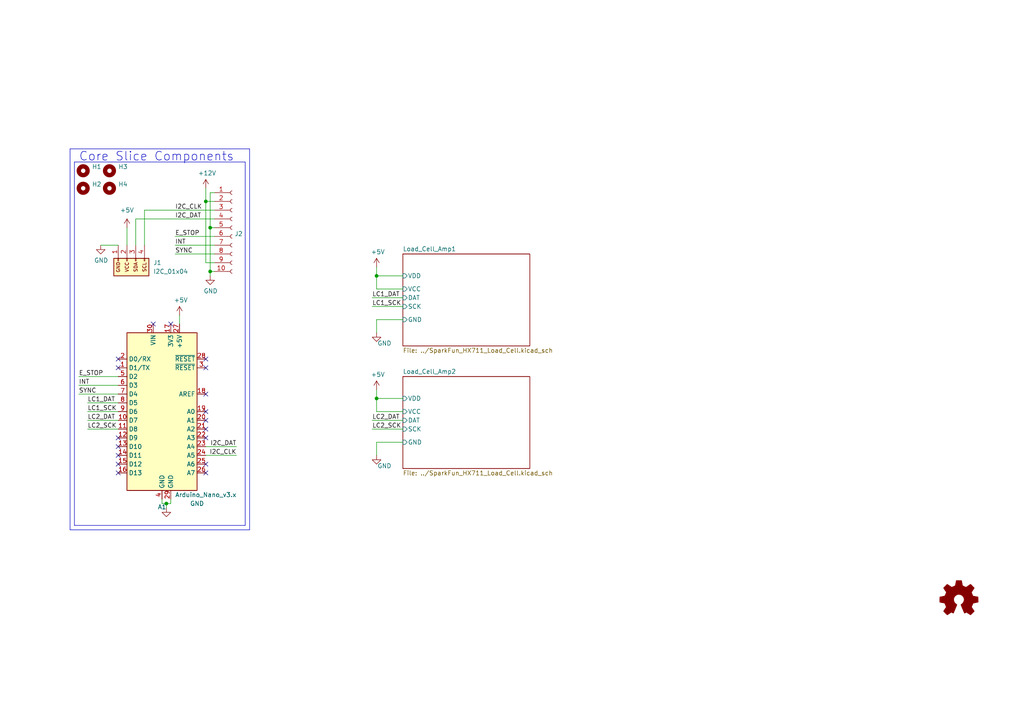
<source format=kicad_sch>
(kicad_sch (version 20231120) (generator "eeschema") (generator_version "8.0")
  (paper "A4")
  (lib_symbols
    (symbol "Connector:Conn_01x10_Female" (pin_names (offset 1.016) hide)
      (property "Reference" "J" (at 0 12.7 0))
      (property "Value" "Conn_01x10_Female" (at 0 -15.24 0))
      (symbol "Conn_01x10_Female_1_1"
        (arc (start 0 -12.192) (mid -0.5058 -12.7) (end 0 -13.208) (stroke (width 0.1524)))
        (arc (start 0 -9.652) (mid -0.5058 -10.16) (end 0 -10.668) (stroke (width 0.1524)))
        (arc (start 0 -7.112) (mid -0.5058 -7.62) (end 0 -8.128) (stroke (width 0.1524)))
        (arc (start 0 -4.572) (mid -0.5058 -5.08) (end 0 -5.588) (stroke (width 0.1524)))
        (arc (start 0 -2.032) (mid -0.5058 -2.54) (end 0 -3.048) (stroke (width 0.1524)))
        (polyline (pts (xy -1.27 -12.7) (xy -0.508 -12.7)) (stroke (width 0.1524)))
        (polyline (pts (xy -1.27 -10.16) (xy -0.508 -10.16)) (stroke (width 0.1524)))
        (polyline (pts (xy -1.27 -7.62) (xy -0.508 -7.62)) (stroke (width 0.1524)))
        (polyline (pts (xy -1.27 -5.08) (xy -0.508 -5.08)) (stroke (width 0.1524)))
        (polyline (pts (xy -1.27 -2.54) (xy -0.508 -2.54)) (stroke (width 0.1524)))
        (polyline (pts (xy -1.27 0) (xy -0.508 0)) (stroke (width 0.1524)))
        (polyline (pts (xy -1.27 2.54) (xy -0.508 2.54)) (stroke (width 0.1524)))
        (polyline (pts (xy -1.27 5.08) (xy -0.508 5.08)) (stroke (width 0.1524)))
        (polyline (pts (xy -1.27 7.62) (xy -0.508 7.62)) (stroke (width 0.1524)))
        (polyline (pts (xy -1.27 10.16) (xy -0.508 10.16)) (stroke (width 0.1524)))
        (arc (start 0 0.508) (mid -0.5058 0) (end 0 -0.508) (stroke (width 0.1524)))
        (arc (start 0 3.048) (mid -0.5058 2.54) (end 0 2.032) (stroke (width 0.1524)))
        (arc (start 0 5.588) (mid -0.5058 5.08) (end 0 4.572) (stroke (width 0.1524)))
        (arc (start 0 8.128) (mid -0.5058 7.62) (end 0 7.112) (stroke (width 0.1524)))
        (arc (start 0 10.668) (mid -0.5058 10.16) (end 0 9.652) (stroke (width 0.1524)))
        (pin passive line (at -5.08 10.16 0) (length 3.81) (name "Pin_1") (number "1"))
        (pin passive line (at -5.08 -12.7 0) (length 3.81) (name "Pin_10") (number "10"))
        (pin passive line (at -5.08 7.62 0) (length 3.81) (name "Pin_2") (number "2"))
        (pin passive line (at -5.08 5.08 0) (length 3.81) (name "Pin_3") (number "3"))
        (pin passive line (at -5.08 2.54 0) (length 3.81) (name "Pin_4") (number "4"))
        (pin passive line (at -5.08 0 0) (length 3.81) (name "Pin_5") (number "5"))
        (pin passive line (at -5.08 -2.54 0) (length 3.81) (name "Pin_6") (number "6"))
        (pin passive line (at -5.08 -5.08 0) (length 3.81) (name "Pin_7") (number "7"))
        (pin passive line (at -5.08 -7.62 0) (length 3.81) (name "Pin_8") (number "8"))
        (pin passive line (at -5.08 -10.16 0) (length 3.81) (name "Pin_9") (number "9"))
      )
    )
    (symbol "Graphic:Logo_Open_Hardware_Small" (pin_names (offset 1.016))
      (symbol "Logo_Open_Hardware_Small_0_1"
        (polyline (pts (xy 3.3528 -4.3434) (xy 3.302 -4.318) (xy 3.175 -4.2418) (xy 2.9972 -4.1148) (xy 2.7686 -3.9624) (xy 2.54 -3.81) (xy 2.3622 -3.7084) (xy 2.2352 -3.6068) (xy 2.1844 -3.5814) (xy 2.159 -3.6068) (xy 2.0574 -3.6576) (xy 1.905 -3.7338) (xy 1.8034 -3.7846) (xy 1.6764 -3.8354) (xy 1.6002 -3.8354) (xy 1.6002 -3.8354) (xy 1.5494 -3.7338) (xy 1.4732 -3.5306) (xy 1.3462 -3.302) (xy 1.2446 -3.0226) (xy 1.1176 -2.7178) (xy 0.9652 -2.413) (xy 0.8636 -2.1082) (xy 0.7366 -1.8288) (xy 0.6604 -1.6256) (xy 0.6096 -1.4732) (xy 0.5842 -1.397) (xy 0.5842 -1.397) (xy 0.6604 -1.3208) (xy 0.7874 -1.2446) (xy 1.0414 -1.016) (xy 1.2954 -0.6858) (xy 1.4478 -0.3302) (xy 1.524 0.0762) (xy 1.4732 0.4572) (xy 1.3208 0.8128) (xy 1.0668 1.143) (xy 0.762 1.3716) (xy 0.4064 1.524) (xy 0 1.5748) (xy -0.381 1.5494) (xy -0.7366 1.397) (xy -1.0668 1.143) (xy -1.2192 0.9906) (xy -1.397 0.6604) (xy -1.524 0.3048) (xy -1.524 0.2286) (xy -1.4986 -0.1778) (xy -1.397 -0.5334) (xy -1.1938 -0.8636) (xy -0.9144 -1.143) (xy -0.8636 -1.1684) (xy -0.7366 -1.27) (xy -0.635 -1.3462) (xy -0.5842 -1.397) (xy -1.0668 -2.5908) (xy -1.143 -2.794) (xy -1.2954 -3.1242) (xy -1.397 -3.4036) (xy -1.4986 -3.6322) (xy -1.5748 -3.7846) (xy -1.6002 -3.8354) (xy -1.6002 -3.8354) (xy -1.651 -3.8354) (xy -1.7272 -3.81) (xy -1.905 -3.7338) (xy -2.0066 -3.683) (xy -2.1336 -3.6068) (xy -2.2098 -3.5814) (xy -2.2606 -3.6068) (xy -2.3622 -3.683) (xy -2.54 -3.81) (xy -2.7686 -3.9624) (xy -2.9718 -4.0894) (xy -3.1496 -4.2164) (xy -3.302 -4.318) (xy -3.3528 -4.3434) (xy -3.3782 -4.3434) (xy -3.429 -4.318) (xy -3.5306 -4.2164) (xy -3.7084 -4.064) (xy -3.937 -3.8354) (xy -3.9624 -3.81) (xy -4.1656 -3.6068) (xy -4.318 -3.4544) (xy -4.4196 -3.3274) (xy -4.445 -3.2766) (xy -4.445 -3.2766) (xy -4.4196 -3.2258) (xy -4.318 -3.0734) (xy -4.2164 -2.8956) (xy -4.064 -2.667) (xy -3.6576 -2.0828) (xy -3.8862 -1.5494) (xy -3.937 -1.3716) (xy -4.0386 -1.1684) (xy -4.0894 -1.0414) (xy -4.1148 -0.9652) (xy -4.191 -0.9398) (xy -4.318 -0.9144) (xy -4.5466 -0.8636) (xy -4.8006 -0.8128) (xy -5.0546 -0.7874) (xy -5.2578 -0.7366) (xy -5.4356 -0.7112) (xy -5.5118 -0.6858) (xy -5.5118 -0.6858) (xy -5.5372 -0.635) (xy -5.5372 -0.5588) (xy -5.5372 -0.4318) (xy -5.5626 -0.2286) (xy -5.5626 0.0762) (xy -5.5626 0.127) (xy -5.5372 0.4064) (xy -5.5372 0.635) (xy -5.5372 0.762) (xy -5.5372 0.8382) (xy -5.5372 0.8382) (xy -5.461 0.8382) (xy -5.3086 0.889) (xy -5.08 0.9144) (xy -4.826 0.9652) (xy -4.8006 0.9906) (xy -4.5466 1.0414) (xy -4.318 1.0668) (xy -4.1656 1.1176) (xy -4.0894 1.143) (xy -4.0894 1.143) (xy -4.0386 1.2446) (xy -3.9624 1.4224) (xy -3.8608 1.6256) (xy -3.7846 1.8288) (xy -3.7084 2.0066) (xy -3.6576 2.159) (xy -3.6322 2.2098) (xy -3.6322 2.2098) (xy -3.683 2.286) (xy -3.7592 2.413) (xy -3.8862 2.5908) (xy -4.064 2.8194) (xy -4.064 2.8448) (xy -4.2164 3.0734) (xy -4.3434 3.2512) (xy -4.4196 3.3782) (xy -4.445 3.4544) (xy -4.445 3.4544) (xy -4.3942 3.5052) (xy -4.2926 3.6322) (xy -4.1148 3.81) (xy -3.937 4.0132) (xy -3.8608 4.064) (xy -3.6576 4.2926) (xy -3.5052 4.4196) (xy -3.4036 4.4958) (xy -3.3528 4.5212) (xy -3.3528 4.5212) (xy -3.302 4.4704) (xy -3.1496 4.3688) (xy -2.9718 4.2418) (xy -2.7432 4.0894) (xy -2.7178 4.0894) (xy -2.4892 3.937) (xy -2.3114 3.81) (xy -2.1844 3.7084) (xy -2.1336 3.683) (xy -2.1082 3.683) (xy -2.032 3.7084) (xy -1.8542 3.7592) (xy -1.6764 3.8354) (xy -1.4732 3.937) (xy -1.27 4.0132) (xy -1.143 4.064) (xy -1.0668 4.1148) (xy -1.0668 4.1148) (xy -1.0414 4.191) (xy -1.016 4.3434) (xy -0.9652 4.572) (xy -0.9144 4.8514) (xy -0.889 4.9022) (xy -0.8382 5.1562) (xy -0.8128 5.3848) (xy -0.7874 5.5372) (xy -0.762 5.588) (xy -0.7112 5.6134) (xy -0.5842 5.6134) (xy -0.4064 5.6134) (xy -0.1524 5.6134) (xy 0.0762 5.6134) (xy 0.3302 5.6134) (xy 0.5334 5.6134) (xy 0.6858 5.588) (xy 0.7366 5.588) (xy 0.7366 5.588) (xy 0.762 5.5118) (xy 0.8128 5.334) (xy 0.8382 5.1054) (xy 0.9144 4.826) (xy 0.9144 4.7752) (xy 0.9652 4.5212) (xy 1.016 4.2926) (xy 1.0414 4.1402) (xy 1.0668 4.0894) (xy 1.0668 4.0894) (xy 1.1938 4.0386) (xy 1.3716 3.9624) (xy 1.5748 3.8608) (xy 2.0828 3.6576) (xy 2.7178 4.0894) (xy 2.7686 4.1402) (xy 2.9972 4.2926) (xy 3.175 4.4196) (xy 3.302 4.4958) (xy 3.3782 4.5212) (xy 3.3782 4.5212) (xy 3.429 4.4704) (xy 3.556 4.3434) (xy 3.7338 4.191) (xy 3.9116 3.9878) (xy 4.064 3.8354) (xy 4.2418 3.6576) (xy 4.3434 3.556) (xy 4.4196 3.4798) (xy 4.4196 3.429) (xy 4.4196 3.4036) (xy 4.3942 3.3274) (xy 4.2926 3.2004) (xy 4.1656 2.9972) (xy 4.0132 2.794) (xy 3.8862 2.5908) (xy 3.7592 2.3876) (xy 3.6576 2.2352) (xy 3.6322 2.159) (xy 3.6322 2.1336) (xy 3.683 2.0066) (xy 3.7592 1.8288) (xy 3.8608 1.6002) (xy 4.064 1.1176) (xy 4.3942 1.0414) (xy 4.5974 1.016) (xy 4.8768 0.9652) (xy 5.1308 0.9144) (xy 5.5372 0.8382) (xy 5.5626 -0.6604) (xy 5.4864 -0.6858) (xy 5.4356 -0.6858) (xy 5.2832 -0.7366) (xy 5.0546 -0.762) (xy 4.8006 -0.8128) (xy 4.5974 -0.8636) (xy 4.3688 -0.9144) (xy 4.2164 -0.9398) (xy 4.1402 -0.9398) (xy 4.1148 -0.9652) (xy 4.064 -1.0668) (xy 3.9878 -1.2446) (xy 3.9116 -1.4478) (xy 3.81 -1.651) (xy 3.7338 -1.8542) (xy 3.683 -2.0066) (xy 3.6576 -2.0828) (xy 3.683 -2.1336) (xy 3.7846 -2.2606) (xy 3.8862 -2.4638) (xy 4.0386 -2.667) (xy 4.191 -2.8956) (xy 4.318 -3.0734) (xy 4.3942 -3.2004) (xy 4.445 -3.2766) (xy 4.4196 -3.3274) (xy 4.3434 -3.429) (xy 4.1656 -3.5814) (xy 3.937 -3.8354) (xy 3.8862 -3.8608) (xy 3.683 -4.064) (xy 3.5306 -4.2164) (xy 3.4036 -4.318) (xy 3.3528 -4.3434)) (fill (type outline)))
      )
    )
    (symbol "MCU_Module:Arduino_Nano_v3.x"
      (property "Reference" "A" (at -10.16 23.495 0))
      (property "Value" "Arduino_Nano_v3.x" (at 5.08 -24.13 0))
      (symbol "Arduino_Nano_v3.x_0_1"
        (rectangle (start -10.16 22.86) (end 10.16 -22.86) (stroke (width 0.254)) (fill (type background)))
      )
      (symbol "Arduino_Nano_v3.x_1_1"
        (pin bidirectional line (at -12.7 12.7 0) (length 2.54) (name "D1/TX") (number "1"))
        (pin bidirectional line (at -12.7 -2.54 0) (length 2.54) (name "D7") (number "10"))
        (pin bidirectional line (at -12.7 -5.08 0) (length 2.54) (name "D8") (number "11"))
        (pin bidirectional line (at -12.7 -7.62 0) (length 2.54) (name "D9") (number "12"))
        (pin bidirectional line (at -12.7 -10.16 0) (length 2.54) (name "D10") (number "13"))
        (pin bidirectional line (at -12.7 -12.7 0) (length 2.54) (name "D11") (number "14"))
        (pin bidirectional line (at -12.7 -15.24 0) (length 2.54) (name "D12") (number "15"))
        (pin bidirectional line (at -12.7 -17.78 0) (length 2.54) (name "D13") (number "16"))
        (pin power_out line (at 2.54 25.4 270) (length 2.54) (name "3V3") (number "17"))
        (pin input line (at 12.7 5.08 180) (length 2.54) (name "AREF") (number "18"))
        (pin bidirectional line (at 12.7 0 180) (length 2.54) (name "A0") (number "19"))
        (pin bidirectional line (at -12.7 15.24 0) (length 2.54) (name "D0/RX") (number "2"))
        (pin bidirectional line (at 12.7 -2.54 180) (length 2.54) (name "A1") (number "20"))
        (pin bidirectional line (at 12.7 -5.08 180) (length 2.54) (name "A2") (number "21"))
        (pin bidirectional line (at 12.7 -7.62 180) (length 2.54) (name "A3") (number "22"))
        (pin bidirectional line (at 12.7 -10.16 180) (length 2.54) (name "A4") (number "23"))
        (pin bidirectional line (at 12.7 -12.7 180) (length 2.54) (name "A5") (number "24"))
        (pin bidirectional line (at 12.7 -15.24 180) (length 2.54) (name "A6") (number "25"))
        (pin bidirectional line (at 12.7 -17.78 180) (length 2.54) (name "A7") (number "26"))
        (pin power_out line (at 5.08 25.4 270) (length 2.54) (name "+5V") (number "27"))
        (pin input line (at 12.7 15.24 180) (length 2.54) (name "~{RESET}") (number "28"))
        (pin power_in line (at 2.54 -25.4 90) (length 2.54) (name "GND") (number "29"))
        (pin input line (at 12.7 12.7 180) (length 2.54) (name "~{RESET}") (number "3"))
        (pin power_in line (at -2.54 25.4 270) (length 2.54) (name "VIN") (number "30"))
        (pin power_in line (at 0 -25.4 90) (length 2.54) (name "GND") (number "4"))
        (pin bidirectional line (at -12.7 10.16 0) (length 2.54) (name "D2") (number "5"))
        (pin bidirectional line (at -12.7 7.62 0) (length 2.54) (name "D3") (number "6"))
        (pin bidirectional line (at -12.7 5.08 0) (length 2.54) (name "D4") (number "7"))
        (pin bidirectional line (at -12.7 2.54 0) (length 2.54) (name "D5") (number "8"))
        (pin bidirectional line (at -12.7 0 0) (length 2.54) (name "D6") (number "9"))
      )
    )
    (symbol "Mechanical:MountingHole" (pin_names (offset 1.016))
      (property "Reference" "H" (at 0 5.08 0))
      (property "Value" "MountingHole" (at 0 3.175 0))
      (symbol "MountingHole_0_1"
        (circle (center 0 0) (radius 1.27) (stroke (width 1.27)))
      )
    )
    (symbol "SparkFun-Connector:I2C_01x04" (pin_names (offset 1.016) hide)
      (property "Reference" "J" (at 0 5.08 0))
      (property "Value" "I2C_01x04" (at 0 -7.62 0))
      (symbol "I2C_01x04_1_1"
        (rectangle (start -1.27 -4.953) (end -0.508 -5.207) (stroke (width 0.1524)))
        (rectangle (start -1.27 -2.413) (end -0.508 -2.667) (stroke (width 0.1524)))
        (rectangle (start -1.27 0.127) (end -0.508 -0.127) (stroke (width 0.1524)))
        (rectangle (start -1.27 2.667) (end -0.508 2.413) (stroke (width 0.1524)))
        (rectangle (start -1.27 3.81) (end 3.81 -6.35) (stroke (width 0.254)) (fill (type background)))
        (text "GND" (at 1.27 -5.08 0) (effects (font (size 1 1))))
        (text "SCL" (at 1.27 2.54 0) (effects (font (size 1 1))))
        (text "SDA" (at 1.27 0 0) (effects (font (size 1 1))))
        (text "VCC" (at 1.27 -2.54 0) (effects (font (size 1 1))))
        (pin passive line (at -5.08 -5.08 0) (length 3.81) (name "Pin_1") (number "1"))
        (pin passive line (at -5.08 -2.54 0) (length 3.81) (name "Pin_2") (number "2"))
        (pin passive line (at -5.08 0 0) (length 3.81) (name "Pin_3") (number "3"))
        (pin passive line (at -5.08 2.54 0) (length 3.81) (name "Pin_4") (number "4"))
      )
    )
    (symbol "power:+12V" (power) (pin_names (offset 0))
      (property "Value" "+12V" (at 0 3.556 0))
      (symbol "+12V_0_1"
        (polyline (pts (xy -0.762 1.27) (xy 0 2.54)))
        (polyline (pts (xy 0 0) (xy 0 2.54)))
        (polyline (pts (xy 0 2.54) (xy 0.762 1.27)))
      )
      (symbol "+12V_1_1"
        (pin power_in line (at 0 0 90) (length 0) hide (name "+12V") (number "1"))
      )
    )
    (symbol "power:+5V" (power) (pin_names (offset 0))
      (property "Value" "+5V" (at 0 3.556 0))
      (symbol "+5V_0_1"
        (polyline (pts (xy -0.762 1.27) (xy 0 2.54)))
        (polyline (pts (xy 0 0) (xy 0 2.54)))
        (polyline (pts (xy 0 2.54) (xy 0.762 1.27)))
      )
      (symbol "+5V_1_1"
        (pin power_in line (at 0 0 90) (length 0) hide (name "+5V") (number "1"))
      )
    )
    (symbol "power:GND" (power) (pin_names (offset 0))
      (property "Value" "GND" (at 0 -3.81 0))
      (symbol "GND_0_1"
        (polyline (pts (xy 0 0) (xy 0 -1.27) (xy 1.27 -1.27) (xy 0 -2.54) (xy -1.27 -1.27) (xy 0 -1.27)))
      )
      (symbol "GND_1_1"
        (pin power_in line (at 0 0 270) (length 0) hide (name "GND") (number "1"))
      )
    )
  )
  (junction (at 59.69 58.42))
  (junction (at 109.22 80.01))
  (junction (at 60.96 78.74))
  (junction (at 109.22 115.57))
  (junction (at 60.96 66.04))
  (junction (at 48.26 146.05))
  (no_connect (at 44.45 93.98))
  (no_connect (at 59.69 134.62))
  (no_connect (at 34.29 137.16))
  (no_connect (at 34.29 106.68))
  (no_connect (at 59.69 124.46))
  (no_connect (at 59.69 137.16))
  (no_connect (at 59.69 104.14))
  (no_connect (at 59.69 121.92))
  (no_connect (at 59.69 119.38))
  (no_connect (at 34.29 134.62))
  (no_connect (at 59.69 114.3))
  (no_connect (at 34.29 104.14))
  (no_connect (at 59.69 106.68))
  (no_connect (at 49.53 93.98))
  (no_connect (at 59.69 127))
  (no_connect (at 34.29 129.54))
  (no_connect (at 34.29 127))
  (no_connect (at 34.29 132.08))
  (wire (pts (xy 59.69 58.42) (xy 62.23 58.42)))
  (wire (pts (xy 59.69 54.61) (xy 59.69 58.42)))
  (wire (pts (xy 25.4 124.46) (xy 34.29 124.46)))
  (polyline (pts (xy 20.32 153.67) (xy 72.39 153.67)))
  (wire (pts (xy 107.95 121.92) (xy 116.84 121.92)))
  (wire (pts (xy 46.99 144.78) (xy 46.99 146.05)))
  (wire (pts (xy 109.22 77.47) (xy 109.22 80.01)))
  (wire (pts (xy 109.22 96.52) (xy 109.22 92.71)))
  (wire (pts (xy 41.91 60.96) (xy 62.23 60.96)))
  (wire (pts (xy 116.84 83.82) (xy 109.22 83.82)))
  (wire (pts (xy 62.23 78.74) (xy 60.96 78.74)))
  (wire (pts (xy 62.23 76.2) (xy 59.69 76.2)))
  (wire (pts (xy 34.29 109.22) (xy 22.86 109.22)))
  (wire (pts (xy 41.91 71.12) (xy 41.91 60.96)))
  (wire (pts (xy 25.4 119.38) (xy 34.29 119.38)))
  (wire (pts (xy 109.22 83.82) (xy 109.22 80.01)))
  (wire (pts (xy 107.95 88.9) (xy 116.84 88.9)))
  (wire (pts (xy 39.37 71.12) (xy 39.37 63.5)))
  (wire (pts (xy 109.22 128.27) (xy 116.84 128.27)))
  (wire (pts (xy 48.26 146.05) (xy 49.53 146.05)))
  (wire (pts (xy 109.22 132.08) (xy 109.22 128.27)))
  (polyline (pts (xy 20.32 43.18) (xy 20.32 153.67)))
  (wire (pts (xy 50.8 71.12) (xy 62.23 71.12)))
  (wire (pts (xy 49.53 146.05) (xy 49.53 144.78)))
  (wire (pts (xy 109.22 92.71) (xy 116.84 92.71)))
  (wire (pts (xy 52.07 91.44) (xy 52.07 93.98)))
  (wire (pts (xy 60.96 80.01) (xy 60.96 78.74)))
  (wire (pts (xy 107.95 124.46) (xy 116.84 124.46)))
  (wire (pts (xy 109.22 115.57) (xy 116.84 115.57)))
  (polyline (pts (xy 71.12 46.99) (xy 21.59 46.99)))
  (wire (pts (xy 60.96 55.88) (xy 62.23 55.88)))
  (wire (pts (xy 60.96 66.04) (xy 60.96 55.88)))
  (wire (pts (xy 29.21 71.12) (xy 34.29 71.12)))
  (wire (pts (xy 107.95 86.36) (xy 116.84 86.36)))
  (wire (pts (xy 50.8 73.66) (xy 62.23 73.66)))
  (wire (pts (xy 22.86 111.76) (xy 34.29 111.76)))
  (wire (pts (xy 62.23 66.04) (xy 60.96 66.04)))
  (polyline (pts (xy 21.59 152.4) (xy 71.12 152.4)))
  (wire (pts (xy 60.96 78.74) (xy 60.96 66.04)))
  (polyline (pts (xy 21.59 46.99) (xy 21.59 152.4)))
  (wire (pts (xy 36.83 66.04) (xy 36.83 71.12)))
  (polyline (pts (xy 72.39 43.18) (xy 20.32 43.18)))
  (wire (pts (xy 109.22 113.03) (xy 109.22 115.57)))
  (wire (pts (xy 25.4 116.84) (xy 34.29 116.84)))
  (wire (pts (xy 109.22 119.38) (xy 109.22 115.57)))
  (wire (pts (xy 46.99 146.05) (xy 48.26 146.05)))
  (wire (pts (xy 116.84 119.38) (xy 109.22 119.38)))
  (polyline (pts (xy 72.39 153.67) (xy 72.39 43.18)))
  (wire (pts (xy 59.69 132.08) (xy 68.58 132.08)))
  (polyline (pts (xy 71.12 152.4) (xy 71.12 46.99)))
  (wire (pts (xy 25.4 121.92) (xy 34.29 121.92)))
  (wire (pts (xy 68.58 129.54) (xy 59.69 129.54)))
  (wire (pts (xy 22.86 114.3) (xy 34.29 114.3)))
  (wire (pts (xy 39.37 63.5) (xy 62.23 63.5)))
  (wire (pts (xy 48.26 146.05) (xy 48.26 147.32)))
  (wire (pts (xy 62.23 68.58) (xy 50.8 68.58)))
  (wire (pts (xy 109.22 80.01) (xy 116.84 80.01)))
  (wire (pts (xy 59.69 76.2) (xy 59.69 58.42)))
  (text "Core Slice Components" (at 22.86 46.99 0) (effects (font (size 2.54 2.54)) (justify left bottom)))
  (label "LC2_SCK" (at 107.95 124.46 0))
  (label "INT" (at 22.86 111.76 0))
  (label "I2C_DAT" (at 68.58 129.54 180))
  (label "LC2_SCK" (at 25.4 124.46 0))
  (label "LC1_DAT" (at 25.4 116.84 0))
  (label "E_STOP" (at 22.86 109.22 0))
  (label "LC2_DAT" (at 25.4 121.92 0))
  (label "I2C_DAT" (at 50.8 63.5 0))
  (label "INT" (at 50.8 71.12 0))
  (label "I2C_CLK" (at 50.8 60.96 0))
  (label "LC1_DAT" (at 107.95 86.36 0))
  (label "SYNC" (at 22.86 114.3 0))
  (label "E_STOP" (at 50.8 68.58 0))
  (label "LC1_SCK" (at 25.4 119.38 0))
  (label "LC1_SCK" (at 107.95 88.9 0))
  (label "SYNC" (at 50.8 73.66 0))
  (label "I2C_CLK" (at 68.58 132.08 180))
  (label "LC2_DAT" (at 107.95 121.92 0))
  (symbol (lib_id "Graphic:Logo_Open_Hardware_Small") (at 278.13 173.99 0) (unit 1)
    (property "Reference" "Logo1" (effects (hide yes)))
    (property "Value" "Logo_Open_Hardware_Small" (effects (hide yes)))
    (property "Footprint" "Symbol:OSHW-Symbol_6.7x6mm_SilkScreen" (effects (hide yes)))
  )
  (symbol (lib_id "power:+5V") (at 109.22 113.03 0) (unit 1)
    (property "Reference" "#PWR04" (effects (hide yes)))
    (property "Value" "+5V" (at 109.601 108.6358 0))
  )
  (symbol (lib_id "Mechanical:MountingHole") (at 31.75 54.61 0) (unit 1)
    (property "Reference" "H4" (at 34.29 53.4416 0) (effects (justify left)))
    (property "Value" "MountingHole" (effects (hide yes)))
    (property "Footprint" "MountingHole:MountingHole_5mm" (effects (hide yes)))
  )
  (symbol (lib_id "SparkFun-Connector:I2C_01x04") (at 39.37 76.2 270) (unit 1)
    (property "Reference" "J1" (at 44.45 76.2 90) (effects (justify left)))
    (property "Value" "I2C_01x04" (at 44.45 78.74 90) (effects (justify left)))
    (property "Footprint" "Connector_JST:JST_SH_SM04B-SRSS-TB_1x04-1MP_P1.00mm_Horizontal" (effects (hide yes)))
  )
  (symbol (lib_id "MCU_Module:Arduino_Nano_v3.x") (at 46.99 119.38 0) (unit 1)
    (property "Reference" "A1" (at 46.99 147.0406 0))
    (property "Value" "Arduino_Nano_v3.x" (at 59.69 143.51 0))
    (property "Footprint" "Module:Arduino_Nano" (effects (hide yes)))
    (property "Datasheet" "http://www.mouser.com/pdfdocs/Gravitech_Arduino_Nano3_0.pdf" (effects (hide yes)))
  )
  (symbol (lib_id "power:GND") (at 48.26 147.32 0) (unit 1)
    (property "Reference" "#PWR07" (effects (hide yes)))
    (property "Value" "GND" (at 57.15 146.05 0))
  )
  (symbol (lib_id "power:GND") (at 109.22 96.52 0) (unit 1)
    (property "Reference" "#PWR03" (effects (hide yes)))
    (property "Value" "GND" (at 111.506 99.568 0))
  )
  (symbol (lib_id "power:GND") (at 29.21 71.12 0) (unit 1)
    (property "Reference" "#PWR02" (effects (hide yes)))
    (property "Value" "GND" (at 29.337 75.5142 0))
  )
  (symbol (lib_id "Mechanical:MountingHole") (at 24.13 49.53 0) (unit 1)
    (property "Reference" "H1" (at 26.67 48.3616 0) (effects (justify left)))
    (property "Value" "MountingHole" (effects (hide yes)))
    (property "Footprint" "MountingHole:MountingHole_5mm" (effects (hide yes)))
  )
  (symbol (lib_id "power:GND") (at 109.22 132.08 0) (unit 1)
    (property "Reference" "#PWR06" (effects (hide yes)))
    (property "Value" "GND" (at 111.506 135.128 0))
  )
  (symbol (lib_id "power:+12V") (at 59.69 54.61 0) (unit 1)
    (property "Reference" "#PWR012" (effects (hide yes)))
    (property "Value" "+12V" (at 60.071 50.2158 0))
  )
  (symbol (lib_id "power:+5V") (at 36.83 66.04 0) (unit 1)
    (property "Reference" "#PWR05" (effects (hide yes)))
    (property "Value" "+5V" (at 36.83 60.96 0))
  )
  (symbol (lib_id "Mechanical:MountingHole") (at 24.13 54.61 0) (unit 1)
    (property "Reference" "H2" (at 26.67 53.4416 0) (effects (justify left)))
    (property "Value" "MountingHole" (effects (hide yes)))
    (property "Footprint" "MountingHole:MountingHole_5mm" (effects (hide yes)))
  )
  (symbol (lib_id "Mechanical:MountingHole") (at 31.75 49.53 0) (unit 1)
    (property "Reference" "H3" (at 34.29 48.3616 0) (effects (justify left)))
    (property "Value" "MountingHole" (effects (hide yes)))
    (property "Footprint" "MountingHole:MountingHole_5mm" (effects (hide yes)))
  )
  (symbol (lib_id "Connector:Conn_01x10_Female") (at 67.31 66.04 0) (unit 1)
    (property "Reference" "J2" (at 68.0212 67.818 0) (effects (justify left)))
    (property "Value" "Conn_01x10_Female" (effects (hide yes)))
    (property "Footprint" "Connector_PinSocket_2.54mm:PinSocket_1x10_P2.54mm_Horizontal" (effects (hide yes)))
  )
  (symbol (lib_id "power:GND") (at 60.96 80.01 0) (unit 1)
    (property "Reference" "#PWR013" (effects (hide yes)))
    (property "Value" "GND" (at 61.087 84.4042 0))
  )
  (symbol (lib_id "power:+5V") (at 52.07 91.44 0) (unit 1)
    (property "Reference" "#PWR08" (effects (hide yes)))
    (property "Value" "+5V" (at 52.451 87.0458 0))
  )
  (symbol (lib_id "power:+5V") (at 109.22 77.47 0) (unit 1)
    (property "Reference" "#PWR01" (effects (hide yes)))
    (property "Value" "+5V" (at 109.601 73.0758 0))
  )
  (sheet (at 116.84 73.66) (size 36.83 26.67) (stroke (width 0.1524))
    (property "Sheetname" "Load_Cell_Amp1" (at 116.84 72.9484 0) (effects (justify left bottom)))
    (property "Sheetfile" "../SparkFun_HX711_Load_Cell.kicad_sch" (at 116.84 100.9146 0) (effects (justify left top)))
    (pin "VDD" input (at 116.84 80.01 180))
    (pin "DAT" input (at 116.84 86.36 180))
    (pin "VCC" input (at 116.84 83.82 180))
    (pin "GND" input (at 116.84 92.71 180))
    (pin "SCK" input (at 116.84 88.9 180))
  )
  (sheet (at 116.84 109.22) (size 36.83 26.67) (stroke (width 0.1524))
    (property "Sheetname" "Load_Cell_Amp2" (at 116.84 108.5084 0) (effects (justify left bottom)))
    (property "Sheetfile" "../SparkFun_HX711_Load_Cell.kicad_sch" (at 116.84 136.4746 0) (effects (justify left top)))
    (pin "VDD" input (at 116.84 115.57 180))
    (pin "DAT" input (at 116.84 121.92 180))
    (pin "VCC" input (at 116.84 119.38 180))
    (pin "GND" input (at 116.84 128.27 180))
    (pin "SCK" input (at 116.84 124.46 180))
  )
)
</source>
